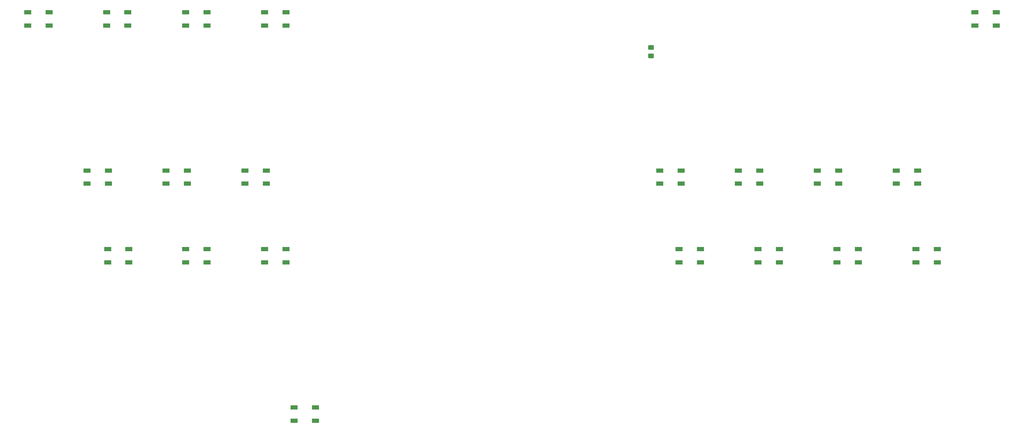
<source format=gbr>
G04 #@! TF.GenerationSoftware,KiCad,Pcbnew,5.0.1*
G04 #@! TF.CreationDate,2018-12-01T13:02:46-05:00*
G04 #@! TF.ProjectId,fightkeyb-pcb,66696768746B6579622D7063622E6B69,rev?*
G04 #@! TF.SameCoordinates,Original*
G04 #@! TF.FileFunction,Paste,Top*
G04 #@! TF.FilePolarity,Positive*
%FSLAX46Y46*%
G04 Gerber Fmt 4.6, Leading zero omitted, Abs format (unit mm)*
G04 Created by KiCad (PCBNEW 5.0.1) date Sat 01 Dec 2018 01:02:46 PM EST*
%MOMM*%
%LPD*%
G01*
G04 APERTURE LIST*
%ADD10R,1.651000X0.998220*%
%ADD11C,0.100000*%
%ADD12C,1.150000*%
G04 APERTURE END LIST*
D10*
G04 #@! TO.C,D21*
X34581940Y-39625410D03*
X34581940Y-36430090D03*
X39733060Y-36430090D03*
X39733060Y-39625410D03*
G04 #@! TD*
G04 #@! TO.C,D22*
X58733060Y-39625410D03*
X58733060Y-36430090D03*
X53581940Y-36430090D03*
X53581940Y-39625410D03*
G04 #@! TD*
G04 #@! TO.C,D23*
X72671940Y-39625410D03*
X72671940Y-36430090D03*
X77823060Y-36430090D03*
X77823060Y-39625410D03*
G04 #@! TD*
G04 #@! TO.C,D24*
X96873060Y-39625410D03*
X96873060Y-36430090D03*
X91721940Y-36430090D03*
X91721940Y-39625410D03*
G04 #@! TD*
G04 #@! TO.C,D25*
X268259560Y-39625410D03*
X268259560Y-36430090D03*
X263108440Y-36430090D03*
X263108440Y-39625410D03*
G04 #@! TD*
G04 #@! TO.C,D26*
X48859440Y-77875410D03*
X48859440Y-74680090D03*
X54010560Y-74680090D03*
X54010560Y-77875410D03*
G04 #@! TD*
G04 #@! TO.C,D27*
X73060560Y-77875410D03*
X73060560Y-74680090D03*
X67909440Y-74680090D03*
X67909440Y-77875410D03*
G04 #@! TD*
G04 #@! TO.C,D28*
X86959440Y-77875410D03*
X86959440Y-74680090D03*
X92110560Y-74680090D03*
X92110560Y-77875410D03*
G04 #@! TD*
G04 #@! TO.C,D29*
X192186560Y-77875410D03*
X192186560Y-74680090D03*
X187035440Y-74680090D03*
X187035440Y-77875410D03*
G04 #@! TD*
G04 #@! TO.C,D30*
X206021940Y-77875410D03*
X206021940Y-74680090D03*
X211173060Y-74680090D03*
X211173060Y-77875410D03*
G04 #@! TD*
G04 #@! TO.C,D31*
X230233060Y-77875410D03*
X230233060Y-74680090D03*
X225081940Y-74680090D03*
X225081940Y-77875410D03*
G04 #@! TD*
G04 #@! TO.C,D32*
X244121940Y-77875410D03*
X244121940Y-74680090D03*
X249273060Y-74680090D03*
X249273060Y-77875410D03*
G04 #@! TD*
G04 #@! TO.C,D33*
X58983060Y-96875410D03*
X58983060Y-93680090D03*
X53831940Y-93680090D03*
X53831940Y-96875410D03*
G04 #@! TD*
G04 #@! TO.C,D34*
X72671940Y-96875410D03*
X72671940Y-93680090D03*
X77823060Y-93680090D03*
X77823060Y-96875410D03*
G04 #@! TD*
G04 #@! TO.C,D35*
X96873060Y-96875410D03*
X96873060Y-93680090D03*
X91721940Y-93680090D03*
X91721940Y-96875410D03*
G04 #@! TD*
G04 #@! TO.C,D36*
X196885560Y-96875410D03*
X196885560Y-93680090D03*
X191734440Y-93680090D03*
X191734440Y-96875410D03*
G04 #@! TD*
G04 #@! TO.C,D37*
X210784440Y-96875410D03*
X210784440Y-93680090D03*
X215935560Y-93680090D03*
X215935560Y-96875410D03*
G04 #@! TD*
G04 #@! TO.C,D38*
X234983060Y-96875410D03*
X234983060Y-93680090D03*
X229831940Y-93680090D03*
X229831940Y-96875410D03*
G04 #@! TD*
G04 #@! TO.C,D39*
X248884440Y-96875410D03*
X248884440Y-93680090D03*
X254035560Y-93680090D03*
X254035560Y-96875410D03*
G04 #@! TD*
G04 #@! TO.C,D40*
X98831940Y-135125410D03*
X98831940Y-131930090D03*
X103983060Y-131930090D03*
X103983060Y-135125410D03*
G04 #@! TD*
D11*
G04 #@! TO.C,R1*
G36*
X185413255Y-44360204D02*
X185437523Y-44363804D01*
X185461322Y-44369765D01*
X185484421Y-44378030D01*
X185506600Y-44388520D01*
X185527643Y-44401132D01*
X185547349Y-44415747D01*
X185565527Y-44432223D01*
X185582003Y-44450401D01*
X185596618Y-44470107D01*
X185609230Y-44491150D01*
X185619720Y-44513329D01*
X185627985Y-44536428D01*
X185633946Y-44560227D01*
X185637546Y-44584495D01*
X185638750Y-44608999D01*
X185638750Y-45259001D01*
X185637546Y-45283505D01*
X185633946Y-45307773D01*
X185627985Y-45331572D01*
X185619720Y-45354671D01*
X185609230Y-45376850D01*
X185596618Y-45397893D01*
X185582003Y-45417599D01*
X185565527Y-45435777D01*
X185547349Y-45452253D01*
X185527643Y-45466868D01*
X185506600Y-45479480D01*
X185484421Y-45489970D01*
X185461322Y-45498235D01*
X185437523Y-45504196D01*
X185413255Y-45507796D01*
X185388751Y-45509000D01*
X184488749Y-45509000D01*
X184464245Y-45507796D01*
X184439977Y-45504196D01*
X184416178Y-45498235D01*
X184393079Y-45489970D01*
X184370900Y-45479480D01*
X184349857Y-45466868D01*
X184330151Y-45452253D01*
X184311973Y-45435777D01*
X184295497Y-45417599D01*
X184280882Y-45397893D01*
X184268270Y-45376850D01*
X184257780Y-45354671D01*
X184249515Y-45331572D01*
X184243554Y-45307773D01*
X184239954Y-45283505D01*
X184238750Y-45259001D01*
X184238750Y-44608999D01*
X184239954Y-44584495D01*
X184243554Y-44560227D01*
X184249515Y-44536428D01*
X184257780Y-44513329D01*
X184268270Y-44491150D01*
X184280882Y-44470107D01*
X184295497Y-44450401D01*
X184311973Y-44432223D01*
X184330151Y-44415747D01*
X184349857Y-44401132D01*
X184370900Y-44388520D01*
X184393079Y-44378030D01*
X184416178Y-44369765D01*
X184439977Y-44363804D01*
X184464245Y-44360204D01*
X184488749Y-44359000D01*
X185388751Y-44359000D01*
X185413255Y-44360204D01*
X185413255Y-44360204D01*
G37*
D12*
X184938750Y-44934000D03*
D11*
G36*
X185413255Y-46410204D02*
X185437523Y-46413804D01*
X185461322Y-46419765D01*
X185484421Y-46428030D01*
X185506600Y-46438520D01*
X185527643Y-46451132D01*
X185547349Y-46465747D01*
X185565527Y-46482223D01*
X185582003Y-46500401D01*
X185596618Y-46520107D01*
X185609230Y-46541150D01*
X185619720Y-46563329D01*
X185627985Y-46586428D01*
X185633946Y-46610227D01*
X185637546Y-46634495D01*
X185638750Y-46658999D01*
X185638750Y-47309001D01*
X185637546Y-47333505D01*
X185633946Y-47357773D01*
X185627985Y-47381572D01*
X185619720Y-47404671D01*
X185609230Y-47426850D01*
X185596618Y-47447893D01*
X185582003Y-47467599D01*
X185565527Y-47485777D01*
X185547349Y-47502253D01*
X185527643Y-47516868D01*
X185506600Y-47529480D01*
X185484421Y-47539970D01*
X185461322Y-47548235D01*
X185437523Y-47554196D01*
X185413255Y-47557796D01*
X185388751Y-47559000D01*
X184488749Y-47559000D01*
X184464245Y-47557796D01*
X184439977Y-47554196D01*
X184416178Y-47548235D01*
X184393079Y-47539970D01*
X184370900Y-47529480D01*
X184349857Y-47516868D01*
X184330151Y-47502253D01*
X184311973Y-47485777D01*
X184295497Y-47467599D01*
X184280882Y-47447893D01*
X184268270Y-47426850D01*
X184257780Y-47404671D01*
X184249515Y-47381572D01*
X184243554Y-47357773D01*
X184239954Y-47333505D01*
X184238750Y-47309001D01*
X184238750Y-46658999D01*
X184239954Y-46634495D01*
X184243554Y-46610227D01*
X184249515Y-46586428D01*
X184257780Y-46563329D01*
X184268270Y-46541150D01*
X184280882Y-46520107D01*
X184295497Y-46500401D01*
X184311973Y-46482223D01*
X184330151Y-46465747D01*
X184349857Y-46451132D01*
X184370900Y-46438520D01*
X184393079Y-46428030D01*
X184416178Y-46419765D01*
X184439977Y-46413804D01*
X184464245Y-46410204D01*
X184488749Y-46409000D01*
X185388751Y-46409000D01*
X185413255Y-46410204D01*
X185413255Y-46410204D01*
G37*
D12*
X184938750Y-46984000D03*
G04 #@! TD*
M02*

</source>
